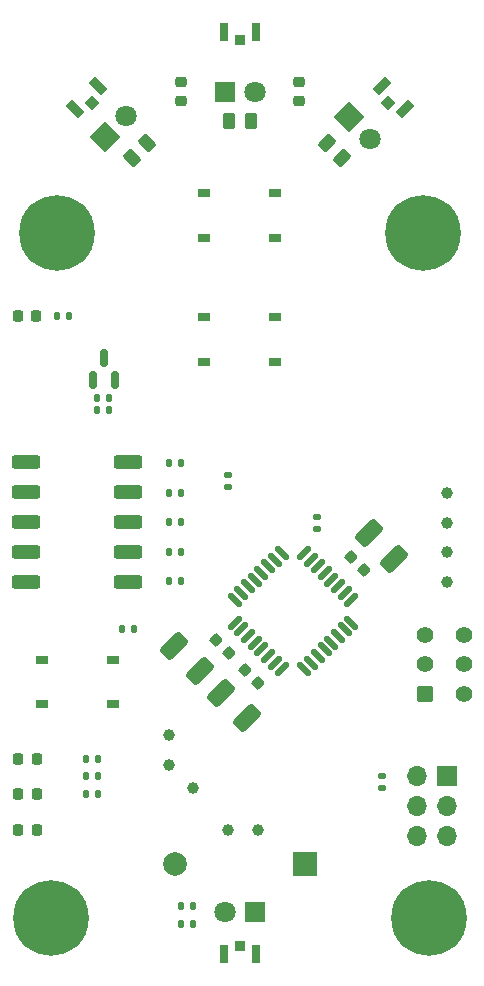
<source format=gbr>
%TF.GenerationSoftware,KiCad,Pcbnew,9.0.0*%
%TF.CreationDate,2025-12-02T16:05:52+02:00*%
%TF.ProjectId,Start_Stop_Remote,53746172-745f-4537-946f-705f52656d6f,rev?*%
%TF.SameCoordinates,Original*%
%TF.FileFunction,Soldermask,Top*%
%TF.FilePolarity,Negative*%
%FSLAX46Y46*%
G04 Gerber Fmt 4.6, Leading zero omitted, Abs format (unit mm)*
G04 Created by KiCad (PCBNEW 9.0.0) date 2025-12-02 16:05:52*
%MOMM*%
%LPD*%
G01*
G04 APERTURE LIST*
G04 Aperture macros list*
%AMRoundRect*
0 Rectangle with rounded corners*
0 $1 Rounding radius*
0 $2 $3 $4 $5 $6 $7 $8 $9 X,Y pos of 4 corners*
0 Add a 4 corners polygon primitive as box body*
4,1,4,$2,$3,$4,$5,$6,$7,$8,$9,$2,$3,0*
0 Add four circle primitives for the rounded corners*
1,1,$1+$1,$2,$3*
1,1,$1+$1,$4,$5*
1,1,$1+$1,$6,$7*
1,1,$1+$1,$8,$9*
0 Add four rect primitives between the rounded corners*
20,1,$1+$1,$2,$3,$4,$5,0*
20,1,$1+$1,$4,$5,$6,$7,0*
20,1,$1+$1,$6,$7,$8,$9,0*
20,1,$1+$1,$8,$9,$2,$3,0*%
%AMRotRect*
0 Rectangle, with rotation*
0 The origin of the aperture is its center*
0 $1 length*
0 $2 width*
0 $3 Rotation angle, in degrees counterclockwise*
0 Add horizontal line*
21,1,$1,$2,0,0,$3*%
G04 Aperture macros list end*
%ADD10R,0.750000X1.500000*%
%ADD11R,0.900000X0.900000*%
%ADD12RoundRect,0.135000X-0.185000X0.135000X-0.185000X-0.135000X0.185000X-0.135000X0.185000X0.135000X0*%
%ADD13R,1.000000X0.750000*%
%ADD14C,1.000000*%
%ADD15RoundRect,0.135000X-0.135000X-0.185000X0.135000X-0.185000X0.135000X0.185000X-0.135000X0.185000X0*%
%ADD16RoundRect,0.250000X0.945755X0.362392X0.362392X0.945755X-0.945755X-0.362392X-0.362392X-0.945755X0*%
%ADD17C,0.800000*%
%ADD18C,6.400000*%
%ADD19RoundRect,0.135000X0.135000X0.185000X-0.135000X0.185000X-0.135000X-0.185000X0.135000X-0.185000X0*%
%ADD20RoundRect,0.250000X-0.970000X-0.310000X0.970000X-0.310000X0.970000X0.310000X-0.970000X0.310000X0*%
%ADD21RoundRect,0.218750X-0.218750X-0.256250X0.218750X-0.256250X0.218750X0.256250X-0.218750X0.256250X0*%
%ADD22RoundRect,0.250000X0.450000X-0.450000X0.450000X0.450000X-0.450000X0.450000X-0.450000X-0.450000X0*%
%ADD23C,1.400000*%
%ADD24RoundRect,0.225000X0.335876X0.017678X0.017678X0.335876X-0.335876X-0.017678X-0.017678X-0.335876X0*%
%ADD25RotRect,1.500000X0.750000X225.000000*%
%ADD26RotRect,0.900000X0.900000X225.000000*%
%ADD27RoundRect,0.250000X0.503814X0.132583X0.132583X0.503814X-0.503814X-0.132583X-0.132583X-0.503814X0*%
%ADD28RoundRect,0.125000X-0.353553X-0.530330X0.530330X0.353553X0.353553X0.530330X-0.530330X-0.353553X0*%
%ADD29RoundRect,0.125000X0.353553X-0.530330X0.530330X-0.353553X-0.353553X0.530330X-0.530330X0.353553X0*%
%ADD30RotRect,1.500000X0.750000X315.000000*%
%ADD31RotRect,0.900000X0.900000X315.000000*%
%ADD32RoundRect,0.250000X0.262500X0.450000X-0.262500X0.450000X-0.262500X-0.450000X0.262500X-0.450000X0*%
%ADD33RoundRect,0.250000X-0.132583X0.503814X-0.503814X0.132583X0.132583X-0.503814X0.503814X-0.132583X0*%
%ADD34RoundRect,0.225000X0.250000X-0.225000X0.250000X0.225000X-0.250000X0.225000X-0.250000X-0.225000X0*%
%ADD35RoundRect,0.150000X0.150000X-0.587500X0.150000X0.587500X-0.150000X0.587500X-0.150000X-0.587500X0*%
%ADD36R,1.800000X1.800000*%
%ADD37C,1.800000*%
%ADD38R,1.700000X1.700000*%
%ADD39O,1.700000X1.700000*%
%ADD40RotRect,1.800000X1.800000X45.000000*%
%ADD41R,2.000000X2.000000*%
%ADD42C,2.000000*%
%ADD43RotRect,1.800000X1.800000X315.000000*%
G04 APERTURE END LIST*
D10*
%TO.C,D2*%
X23625000Y-1000000D03*
D11*
X25000000Y-1650000D03*
D10*
X26375000Y-1000000D03*
%TD*%
D12*
%TO.C,R18*%
X24000000Y-38490000D03*
X24000000Y-39510000D03*
%TD*%
D13*
%TO.C,SW3*%
X28000000Y-28875000D03*
X22000000Y-28875000D03*
X28000000Y-25125000D03*
X22000000Y-25125000D03*
%TD*%
D14*
%TO.C,TP8*%
X42500000Y-42500000D03*
%TD*%
D12*
%TO.C,R17*%
X31500000Y-41990000D03*
X31500000Y-43010000D03*
%TD*%
D15*
%TO.C,R7*%
X19990000Y-75000000D03*
X21010000Y-75000000D03*
%TD*%
D14*
%TO.C,TP3*%
X24000000Y-68500000D03*
%TD*%
D16*
%TO.C,C4*%
X25587177Y-59087177D03*
X23412823Y-56912823D03*
%TD*%
D17*
%TO.C,H1*%
X7100000Y-18000000D03*
X7802944Y-16302944D03*
X7802944Y-19697056D03*
X9500000Y-15600000D03*
D18*
X9500000Y-18000000D03*
D17*
X9500000Y-20400000D03*
X11197056Y-16302944D03*
X11197056Y-19697056D03*
X11900000Y-18000000D03*
%TD*%
D13*
%TO.C,SW4*%
X8250000Y-54125000D03*
X14250000Y-54125000D03*
X8250000Y-57875000D03*
X14250000Y-57875000D03*
%TD*%
D10*
%TO.C,D4*%
X26375000Y-79000000D03*
D11*
X25000000Y-78350000D03*
D10*
X23625000Y-79000000D03*
%TD*%
D19*
%TO.C,R8*%
X13010000Y-62495000D03*
X11990000Y-62495000D03*
%TD*%
D17*
%TO.C,H3*%
X6600000Y-76000000D03*
X7302944Y-74302944D03*
X7302944Y-77697056D03*
X9000000Y-73600000D03*
D18*
X9000000Y-76000000D03*
D17*
X9000000Y-78400000D03*
X10697056Y-74302944D03*
X10697056Y-77697056D03*
X11400000Y-76000000D03*
%TD*%
D16*
%TO.C,C5*%
X21587177Y-55087177D03*
X19412823Y-52912823D03*
%TD*%
D20*
%TO.C,SW1*%
X6890000Y-37380000D03*
X6890000Y-39920000D03*
X6890000Y-42460000D03*
X6890000Y-45000000D03*
X6890000Y-47540000D03*
X15500000Y-47540000D03*
X15500000Y-45000000D03*
X15500000Y-42460000D03*
X15500000Y-39920000D03*
X15500000Y-37380000D03*
%TD*%
D21*
%TO.C,D7*%
X6212500Y-68495000D03*
X7787500Y-68495000D03*
%TD*%
D15*
%TO.C,R19*%
X15000000Y-51500000D03*
X16020000Y-51500000D03*
%TD*%
D22*
%TO.C,SW6*%
X40700000Y-57000000D03*
D23*
X40700000Y-54500000D03*
X40700000Y-52000000D03*
X44000000Y-52000000D03*
X44000000Y-54500000D03*
X44000000Y-57000000D03*
%TD*%
D15*
%TO.C,R6*%
X19990000Y-76500000D03*
X21010000Y-76500000D03*
%TD*%
D16*
%TO.C,C3*%
X38087177Y-45587177D03*
X35912823Y-43412823D03*
%TD*%
D24*
%TO.C,C2*%
X35548008Y-46548008D03*
X34451992Y-45451992D03*
%TD*%
D25*
%TO.C,D3*%
X37027728Y-5527728D03*
D26*
X37540381Y-6959619D03*
D25*
X38972272Y-7472272D03*
%TD*%
D19*
%TO.C,R15*%
X20010000Y-44960000D03*
X18990000Y-44960000D03*
%TD*%
%TO.C,R13*%
X20010000Y-39960000D03*
X18990000Y-39960000D03*
%TD*%
%TO.C,R10*%
X13010000Y-65495000D03*
X11990000Y-65495000D03*
%TD*%
D14*
%TO.C,TP7*%
X42500000Y-47500000D03*
%TD*%
D27*
%TO.C,R1*%
X33645235Y-11645235D03*
X32354765Y-10354765D03*
%TD*%
D14*
%TO.C,TP1*%
X19000000Y-60500000D03*
%TD*%
D28*
%TO.C,U1*%
X24567930Y-50972272D03*
X25133616Y-51537957D03*
X25699301Y-52103643D03*
X26264986Y-52669328D03*
X26830672Y-53235014D03*
X27396357Y-53800699D03*
X27962043Y-54366384D03*
X28527728Y-54932070D03*
D29*
X30472272Y-54932070D03*
X31037957Y-54366384D03*
X31603643Y-53800699D03*
X32169328Y-53235014D03*
X32735014Y-52669328D03*
X33300699Y-52103643D03*
X33866384Y-51537957D03*
X34432070Y-50972272D03*
D28*
X34432070Y-49027728D03*
X33866384Y-48462043D03*
X33300699Y-47896357D03*
X32735014Y-47330672D03*
X32169328Y-46764986D03*
X31603643Y-46199301D03*
X31037957Y-45633616D03*
X30472272Y-45067930D03*
D29*
X28527728Y-45067930D03*
X27962043Y-45633616D03*
X27396357Y-46199301D03*
X26830672Y-46764986D03*
X26264986Y-47330672D03*
X25699301Y-47896357D03*
X25133616Y-48462043D03*
X24567930Y-49027728D03*
%TD*%
D30*
%TO.C,D1*%
X11027728Y-7472272D03*
D31*
X12459619Y-6959619D03*
D30*
X12972272Y-5527728D03*
%TD*%
D14*
%TO.C,TP2*%
X42500000Y-40000000D03*
%TD*%
D32*
%TO.C,R3*%
X25912500Y-8500000D03*
X24087500Y-8500000D03*
%TD*%
D15*
%TO.C,R20*%
X12940000Y-31937500D03*
X13960000Y-31937500D03*
%TD*%
D19*
%TO.C,R11*%
X10505000Y-25000000D03*
X9485000Y-25000000D03*
%TD*%
D33*
%TO.C,R2*%
X17145235Y-10354765D03*
X15854765Y-11645235D03*
%TD*%
D34*
%TO.C,C6*%
X30000000Y-6775000D03*
X30000000Y-5225000D03*
%TD*%
D19*
%TO.C,R12*%
X20010000Y-37460000D03*
X18990000Y-37460000D03*
%TD*%
D13*
%TO.C,SW2*%
X28000000Y-18375000D03*
X22000000Y-18375000D03*
X28000000Y-14625000D03*
X22000000Y-14625000D03*
%TD*%
D19*
%TO.C,R14*%
X20010000Y-42460000D03*
X18990000Y-42460000D03*
%TD*%
%TO.C,R4*%
X13960000Y-32937500D03*
X12940000Y-32937500D03*
%TD*%
D12*
%TO.C,R5*%
X37000000Y-63990000D03*
X37000000Y-65010000D03*
%TD*%
D21*
%TO.C,D8*%
X6207500Y-25000000D03*
X7782500Y-25000000D03*
%TD*%
D17*
%TO.C,H2*%
X38100000Y-18000000D03*
X38802944Y-16302944D03*
X38802944Y-19697056D03*
X40500000Y-15600000D03*
D18*
X40500000Y-18000000D03*
D17*
X40500000Y-20400000D03*
X42197056Y-16302944D03*
X42197056Y-19697056D03*
X42900000Y-18000000D03*
%TD*%
D19*
%TO.C,R9*%
X13010000Y-63995000D03*
X11990000Y-63995000D03*
%TD*%
D24*
%TO.C,C8*%
X26548008Y-56048008D03*
X25451992Y-54951992D03*
%TD*%
D14*
%TO.C,TP4*%
X26500000Y-68500000D03*
%TD*%
D21*
%TO.C,D6*%
X6212500Y-65495000D03*
X7787500Y-65495000D03*
%TD*%
D14*
%TO.C,TP9*%
X42500000Y-45000000D03*
%TD*%
D24*
%TO.C,C1*%
X24048008Y-53548008D03*
X22951992Y-52451992D03*
%TD*%
D34*
%TO.C,C7*%
X20000000Y-6775000D03*
X20000000Y-5225000D03*
%TD*%
D21*
%TO.C,D5*%
X6212500Y-62495000D03*
X7787500Y-62495000D03*
%TD*%
D14*
%TO.C,TP6*%
X19000000Y-63000000D03*
%TD*%
D17*
%TO.C,H4*%
X38600000Y-76000000D03*
X39302944Y-74302944D03*
X39302944Y-77697056D03*
X41000000Y-73600000D03*
D18*
X41000000Y-76000000D03*
D17*
X41000000Y-78400000D03*
X42697056Y-74302944D03*
X42697056Y-77697056D03*
X43400000Y-76000000D03*
%TD*%
D14*
%TO.C,TP5*%
X21000000Y-65000000D03*
%TD*%
D35*
%TO.C,Q1*%
X12550000Y-30437500D03*
X14450000Y-30437500D03*
X13500000Y-28562500D03*
%TD*%
D19*
%TO.C,R16*%
X20010000Y-47460000D03*
X18990000Y-47460000D03*
%TD*%
D36*
%TO.C,D12*%
X26275000Y-75475000D03*
D37*
X23735000Y-75475000D03*
%TD*%
D36*
%TO.C,D10*%
X23725000Y-6025000D03*
D37*
X26265000Y-6025000D03*
%TD*%
D38*
%TO.C,J1*%
X42540000Y-63920000D03*
D39*
X40000000Y-63920000D03*
X42540000Y-66460000D03*
X40000000Y-66460000D03*
X42540000Y-69000000D03*
X40000000Y-69000000D03*
%TD*%
D40*
%TO.C,D9*%
X13565864Y-9868987D03*
D37*
X15361915Y-8072936D03*
%TD*%
D41*
%TO.C,BT1*%
X30500000Y-71400000D03*
D42*
X19500000Y-71400000D03*
%TD*%
D43*
%TO.C,D11*%
X34203949Y-8203949D03*
D37*
X36000000Y-10000000D03*
%TD*%
M02*

</source>
